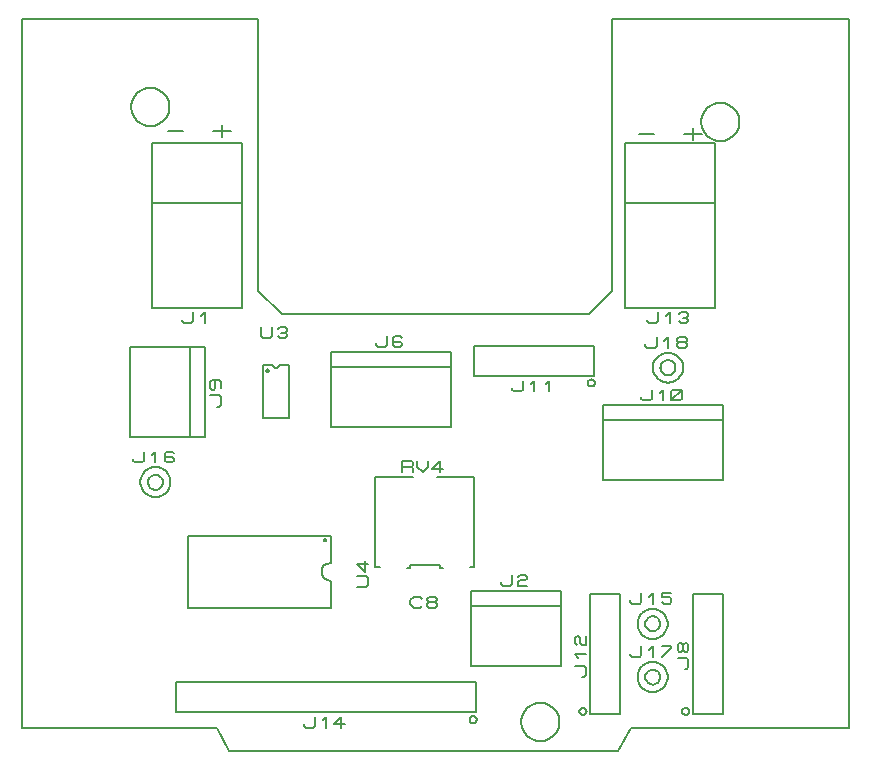
<source format=gbr>
G04 PROTEUS GERBER X2 FILE*
%TF.GenerationSoftware,Labcenter,Proteus,8.12-SP2-Build31155*%
%TF.CreationDate,2024-11-30T19:26:21+00:00*%
%TF.FileFunction,Legend,Top*%
%TF.FilePolarity,Positive*%
%TF.Part,Single*%
%TF.SameCoordinates,{e6e8286e-83a0-46e7-8d5c-4e76f455a4ca}*%
%FSLAX45Y45*%
%MOMM*%
G01*
%TA.AperFunction,Profile*%
%ADD22C,0.203200*%
%TA.AperFunction,Material*%
%ADD25C,0.203200*%
%TD.AperFunction*%
D22*
X+0Y+0D02*
X+1650000Y+0D01*
X+7000000Y+0D02*
X+7000000Y+6000000D01*
X+5000000Y+6000000D01*
X+5000000Y+3700000D01*
X+4800000Y+3500000D01*
X+2200000Y+3500000D01*
X+2000000Y+3700000D02*
X+2000000Y+6000000D01*
X+0Y+6000000D01*
X+0Y+0D01*
X+2000000Y+3700000D02*
X+2200000Y+3500000D01*
X+5160000Y+0D02*
X+7000000Y+0D01*
X+1750000Y-200000D02*
X+5050000Y-200000D01*
X+1650000Y+0D02*
X+1750000Y-200000D01*
X+5160000Y+0D02*
X+5050000Y-200000D01*
X+4550045Y+50000D02*
X+4549508Y+63142D01*
X+4545144Y+89427D01*
X+4536029Y+115712D01*
X+4521182Y+141997D01*
X+4498470Y+168118D01*
X+4472185Y+187898D01*
X+4445900Y+200658D01*
X+4419615Y+208108D01*
X+4393330Y+210987D01*
X+4389000Y+211045D01*
X+4227955Y+50000D02*
X+4228492Y+63142D01*
X+4232856Y+89427D01*
X+4241971Y+115712D01*
X+4256818Y+141997D01*
X+4279530Y+168118D01*
X+4305815Y+187898D01*
X+4332100Y+200658D01*
X+4358385Y+208108D01*
X+4384670Y+210987D01*
X+4389000Y+211045D01*
X+4227955Y+50000D02*
X+4228492Y+36858D01*
X+4232856Y+10573D01*
X+4241971Y-15712D01*
X+4256818Y-41997D01*
X+4279530Y-68118D01*
X+4305815Y-87898D01*
X+4332100Y-100658D01*
X+4358385Y-108108D01*
X+4384670Y-110987D01*
X+4389000Y-111045D01*
X+4550045Y+50000D02*
X+4549508Y+36858D01*
X+4545144Y+10573D01*
X+4536029Y-15712D01*
X+4521182Y-41997D01*
X+4498470Y-68118D01*
X+4472185Y-87898D01*
X+4445900Y-100658D01*
X+4419615Y-108108D01*
X+4393330Y-110987D01*
X+4389000Y-111045D01*
X+6074045Y+5130000D02*
X+6073508Y+5143142D01*
X+6069144Y+5169427D01*
X+6060029Y+5195712D01*
X+6045182Y+5221997D01*
X+6022470Y+5248118D01*
X+5996185Y+5267898D01*
X+5969900Y+5280658D01*
X+5943615Y+5288108D01*
X+5917330Y+5290987D01*
X+5913000Y+5291045D01*
X+5751955Y+5130000D02*
X+5752492Y+5143142D01*
X+5756856Y+5169427D01*
X+5765971Y+5195712D01*
X+5780818Y+5221997D01*
X+5803530Y+5248118D01*
X+5829815Y+5267898D01*
X+5856100Y+5280658D01*
X+5882385Y+5288108D01*
X+5908670Y+5290987D01*
X+5913000Y+5291045D01*
X+5751955Y+5130000D02*
X+5752492Y+5116858D01*
X+5756856Y+5090573D01*
X+5765971Y+5064288D01*
X+5780818Y+5038003D01*
X+5803530Y+5011882D01*
X+5829815Y+4992102D01*
X+5856100Y+4979342D01*
X+5882385Y+4971892D01*
X+5908670Y+4969013D01*
X+5913000Y+4968955D01*
X+6074045Y+5130000D02*
X+6073508Y+5116858D01*
X+6069144Y+5090573D01*
X+6060029Y+5064288D01*
X+6045182Y+5038003D01*
X+6022470Y+5011882D01*
X+5996185Y+4992102D01*
X+5969900Y+4979342D01*
X+5943615Y+4971892D01*
X+5917330Y+4969013D01*
X+5913000Y+4968955D01*
X+1248045Y+5257000D02*
X+1247508Y+5270142D01*
X+1243144Y+5296427D01*
X+1234029Y+5322712D01*
X+1219182Y+5348997D01*
X+1196470Y+5375118D01*
X+1170185Y+5394898D01*
X+1143900Y+5407658D01*
X+1117615Y+5415108D01*
X+1091330Y+5417987D01*
X+1087000Y+5418045D01*
X+925955Y+5257000D02*
X+926492Y+5270142D01*
X+930856Y+5296427D01*
X+939971Y+5322712D01*
X+954818Y+5348997D01*
X+977530Y+5375118D01*
X+1003815Y+5394898D01*
X+1030100Y+5407658D01*
X+1056385Y+5415108D01*
X+1082670Y+5417987D01*
X+1087000Y+5418045D01*
X+925955Y+5257000D02*
X+926492Y+5243858D01*
X+930856Y+5217573D01*
X+939971Y+5191288D01*
X+954818Y+5165003D01*
X+977530Y+5138882D01*
X+1003815Y+5119102D01*
X+1030100Y+5106342D01*
X+1056385Y+5098892D01*
X+1082670Y+5096013D01*
X+1087000Y+5095955D01*
X+1248045Y+5257000D02*
X+1247508Y+5243858D01*
X+1243144Y+5217573D01*
X+1234029Y+5191288D01*
X+1219182Y+5165003D01*
X+1196470Y+5138882D01*
X+1170185Y+5119102D01*
X+1143900Y+5106342D01*
X+1117615Y+5098892D01*
X+1091330Y+5096013D01*
X+1087000Y+5095955D01*
D25*
X+1307000Y+133000D02*
X+3847000Y+133000D01*
X+3847000Y+387000D01*
X+1307000Y+387000D01*
X+1307000Y+133000D01*
X+2386500Y+31400D02*
X+2386500Y+16160D01*
X+2402375Y+920D01*
X+2465875Y+920D01*
X+2481750Y+16160D01*
X+2481750Y+92360D01*
X+2545250Y+61880D02*
X+2577000Y+92360D01*
X+2577000Y+920D01*
X+2735750Y+31400D02*
X+2640500Y+31400D01*
X+2704000Y+92360D01*
X+2704000Y+920D01*
X+1102000Y+3557000D02*
X+1864000Y+3557000D01*
X+1864000Y+4954000D01*
X+1102000Y+4954000D01*
X+1102000Y+3557000D01*
X+1864000Y+4446000D02*
X+1102000Y+4446000D01*
X+1356000Y+3455400D02*
X+1356000Y+3440160D01*
X+1371875Y+3424920D01*
X+1435375Y+3424920D01*
X+1451250Y+3440160D01*
X+1451250Y+3516360D01*
X+1514750Y+3485880D02*
X+1546500Y+3516360D01*
X+1546500Y+3424920D01*
X+2615500Y+2548800D02*
X+3631500Y+2548800D01*
X+3631500Y+3183800D01*
X+2615500Y+3183800D01*
X+2615500Y+2548800D01*
X+2615500Y+3056800D02*
X+3631500Y+3056800D01*
X+2996500Y+3254920D02*
X+2996500Y+3239680D01*
X+3012375Y+3224440D01*
X+3075875Y+3224440D01*
X+3091750Y+3239680D01*
X+3091750Y+3315880D01*
X+3218750Y+3300640D02*
X+3202875Y+3315880D01*
X+3155250Y+3315880D01*
X+3139375Y+3300640D01*
X+3139375Y+3239680D01*
X+3155250Y+3224440D01*
X+3202875Y+3224440D01*
X+3218750Y+3239680D01*
X+3218750Y+3254920D01*
X+3202875Y+3270160D01*
X+3139375Y+3270160D01*
X+916000Y+2466000D02*
X+1551000Y+2466000D01*
X+1551000Y+3228000D01*
X+916000Y+3228000D01*
X+916000Y+2466000D01*
X+1424000Y+3228000D02*
X+1424000Y+2466000D01*
X+1652600Y+2720000D02*
X+1667840Y+2720000D01*
X+1683080Y+2735875D01*
X+1683080Y+2799375D01*
X+1667840Y+2815250D01*
X+1591640Y+2815250D01*
X+1622120Y+2942250D02*
X+1637360Y+2926375D01*
X+1637360Y+2878750D01*
X+1622120Y+2862875D01*
X+1606880Y+2862875D01*
X+1591640Y+2878750D01*
X+1591640Y+2926375D01*
X+1606880Y+2942250D01*
X+1667840Y+2942250D01*
X+1683080Y+2926375D01*
X+1683080Y+2878750D01*
X+3831500Y+2980200D02*
X+4847500Y+2980200D01*
X+4847500Y+3234200D01*
X+3831500Y+3234200D01*
X+3831500Y+2980200D01*
X+4149000Y+2878600D02*
X+4149000Y+2863360D01*
X+4164875Y+2848120D01*
X+4228375Y+2848120D01*
X+4244250Y+2863360D01*
X+4244250Y+2939560D01*
X+4307750Y+2909080D02*
X+4339500Y+2939560D01*
X+4339500Y+2848120D01*
X+4434750Y+2909080D02*
X+4466500Y+2939560D01*
X+4466500Y+2848120D01*
X+4922000Y+2096000D02*
X+5938000Y+2096000D01*
X+5938000Y+2731000D01*
X+4922000Y+2731000D01*
X+4922000Y+2096000D01*
X+4922000Y+2604000D02*
X+5938000Y+2604000D01*
X+5239500Y+2802120D02*
X+5239500Y+2786880D01*
X+5255375Y+2771640D01*
X+5318875Y+2771640D01*
X+5334750Y+2786880D01*
X+5334750Y+2863080D01*
X+5398250Y+2832600D02*
X+5430000Y+2863080D01*
X+5430000Y+2771640D01*
X+5493500Y+2786880D02*
X+5493500Y+2847840D01*
X+5509375Y+2863080D01*
X+5572875Y+2863080D01*
X+5588750Y+2847840D01*
X+5588750Y+2786880D01*
X+5572875Y+2771640D01*
X+5509375Y+2771640D01*
X+5493500Y+2786880D01*
X+5493500Y+2771640D02*
X+5588750Y+2863080D01*
X+5683000Y+115000D02*
X+5937000Y+115000D01*
X+5937000Y+1131000D01*
X+5683000Y+1131000D01*
X+5683000Y+115000D01*
X+5611880Y+496000D02*
X+5627120Y+496000D01*
X+5642360Y+511875D01*
X+5642360Y+575375D01*
X+5627120Y+591250D01*
X+5550920Y+591250D01*
X+5596640Y+654750D02*
X+5581400Y+638875D01*
X+5566160Y+638875D01*
X+5550920Y+654750D01*
X+5550920Y+702375D01*
X+5566160Y+718250D01*
X+5581400Y+718250D01*
X+5596640Y+702375D01*
X+5596640Y+654750D01*
X+5611880Y+638875D01*
X+5627120Y+638875D01*
X+5642360Y+654750D01*
X+5642360Y+702375D01*
X+5627120Y+718250D01*
X+5611880Y+718250D01*
X+5596640Y+702375D01*
X+3802000Y+526000D02*
X+4564000Y+526000D01*
X+4564000Y+1161000D01*
X+3802000Y+1161000D01*
X+3802000Y+526000D01*
X+3802000Y+1034000D02*
X+4564000Y+1034000D01*
X+4056000Y+1232120D02*
X+4056000Y+1216880D01*
X+4071875Y+1201640D01*
X+4135375Y+1201640D01*
X+4151250Y+1216880D01*
X+4151250Y+1293080D01*
X+4198875Y+1277840D02*
X+4214750Y+1293080D01*
X+4262375Y+1293080D01*
X+4278250Y+1277840D01*
X+4278250Y+1262600D01*
X+4262375Y+1247360D01*
X+4214750Y+1247360D01*
X+4198875Y+1232120D01*
X+4198875Y+1201640D01*
X+4278250Y+1201640D01*
X+4813000Y+113000D02*
X+5067000Y+113000D01*
X+5067000Y+1129000D01*
X+4813000Y+1129000D01*
X+4813000Y+113000D01*
X+4741880Y+430500D02*
X+4757120Y+430500D01*
X+4772360Y+446375D01*
X+4772360Y+509875D01*
X+4757120Y+525750D01*
X+4680920Y+525750D01*
X+4711400Y+589250D02*
X+4680920Y+621000D01*
X+4772360Y+621000D01*
X+4696160Y+700375D02*
X+4680920Y+716250D01*
X+4680920Y+763875D01*
X+4696160Y+779750D01*
X+4711400Y+779750D01*
X+4726640Y+763875D01*
X+4726640Y+716250D01*
X+4741880Y+700375D01*
X+4772360Y+700375D01*
X+4772360Y+779750D01*
X+5102000Y+3557000D02*
X+5864000Y+3557000D01*
X+5864000Y+4954000D01*
X+5102000Y+4954000D01*
X+5102000Y+3557000D01*
X+5864000Y+4446000D02*
X+5102000Y+4446000D01*
X+5292500Y+3455400D02*
X+5292500Y+3440160D01*
X+5308375Y+3424920D01*
X+5371875Y+3424920D01*
X+5387750Y+3440160D01*
X+5387750Y+3516360D01*
X+5451250Y+3485880D02*
X+5483000Y+3516360D01*
X+5483000Y+3424920D01*
X+5562375Y+3501120D02*
X+5578250Y+3516360D01*
X+5625875Y+3516360D01*
X+5641750Y+3501120D01*
X+5641750Y+3485880D01*
X+5625875Y+3470640D01*
X+5641750Y+3455400D01*
X+5641750Y+3440160D01*
X+5625875Y+3424920D01*
X+5578250Y+3424920D01*
X+5562375Y+3440160D01*
X+5594125Y+3470640D02*
X+5625875Y+3470640D01*
X+3029000Y+1361500D02*
X+2990900Y+1361500D01*
X+2990900Y+2123500D01*
X+3308400Y+2123500D01*
X+3511600Y+2123500D02*
X+3829100Y+2123500D01*
X+3829100Y+1361500D01*
X+3791000Y+1361500D01*
X+3257600Y+1348800D02*
X+3283000Y+1348800D01*
X+3283000Y+1374200D01*
X+3537000Y+1374200D01*
X+3537000Y+1348800D01*
X+3562400Y+1348800D01*
X+3219500Y+2164140D02*
X+3219500Y+2255580D01*
X+3298875Y+2255580D01*
X+3314750Y+2240340D01*
X+3314750Y+2225100D01*
X+3298875Y+2209860D01*
X+3219500Y+2209860D01*
X+3298875Y+2209860D02*
X+3314750Y+2194620D01*
X+3314750Y+2164140D01*
X+3346500Y+2255580D02*
X+3346500Y+2209860D01*
X+3394125Y+2164140D01*
X+3441750Y+2209860D01*
X+3441750Y+2255580D01*
X+3568750Y+2194620D02*
X+3473500Y+2194620D01*
X+3537000Y+2255580D01*
X+3537000Y+2164140D01*
X+2614520Y+1624800D02*
X+2614520Y+1396200D01*
X+2584531Y+1390321D01*
X+2560346Y+1374173D01*
X+2544199Y+1349989D01*
X+2538320Y+1320000D01*
X+2614520Y+1243800D02*
X+2584531Y+1249679D01*
X+2560346Y+1265827D01*
X+2544199Y+1290011D01*
X+2538320Y+1320000D01*
X+2614520Y+1243800D02*
X+2614520Y+1015200D01*
X+1405480Y+1548600D02*
X+1405480Y+1091400D01*
X+2581500Y+1624800D02*
X+1438500Y+1624800D01*
X+2581500Y+1015200D02*
X+1438500Y+1015200D01*
X+2581500Y+1624800D02*
X+2614520Y+1624800D01*
X+2614520Y+1015200D02*
X+2581500Y+1015200D01*
X+1405480Y+1091400D02*
X+1405480Y+1015200D01*
X+1438500Y+1015200D01*
X+1438500Y+1624800D02*
X+1405480Y+1624800D01*
X+1405480Y+1548600D01*
X+2575404Y+1589240D02*
X+2575369Y+1590085D01*
X+2575082Y+1591776D01*
X+2574483Y+1593467D01*
X+2573503Y+1595158D01*
X+2572003Y+1596826D01*
X+2570312Y+1598046D01*
X+2568621Y+1598822D01*
X+2566930Y+1599259D01*
X+2565244Y+1599400D01*
X+2555084Y+1589240D02*
X+2555119Y+1590085D01*
X+2555406Y+1591776D01*
X+2556005Y+1593467D01*
X+2556985Y+1595158D01*
X+2558485Y+1596826D01*
X+2560176Y+1598046D01*
X+2561867Y+1598822D01*
X+2563558Y+1599259D01*
X+2565244Y+1599400D01*
X+2555084Y+1589240D02*
X+2555119Y+1588395D01*
X+2555406Y+1586704D01*
X+2556005Y+1585013D01*
X+2556985Y+1583322D01*
X+2558485Y+1581654D01*
X+2560176Y+1580434D01*
X+2561867Y+1579658D01*
X+2563558Y+1579221D01*
X+2565244Y+1579080D01*
X+2575404Y+1589240D02*
X+2575369Y+1588395D01*
X+2575082Y+1586704D01*
X+2574483Y+1585013D01*
X+2573503Y+1583322D01*
X+2572003Y+1581654D01*
X+2570312Y+1580434D01*
X+2568621Y+1579658D01*
X+2566930Y+1579221D01*
X+2565244Y+1579080D01*
X+2840580Y+1193000D02*
X+2916780Y+1193000D01*
X+2932020Y+1208875D01*
X+2932020Y+1272375D01*
X+2916780Y+1288250D01*
X+2840580Y+1288250D01*
X+2901540Y+1415250D02*
X+2901540Y+1320000D01*
X+2840580Y+1383500D01*
X+2932020Y+1383500D01*
X+2042050Y+3073520D02*
X+2123012Y+3073520D01*
X+2125094Y+3062899D01*
X+2130814Y+3054333D01*
X+2139379Y+3048614D01*
X+2150000Y+3046532D01*
X+2176988Y+3073520D02*
X+2174906Y+3062899D01*
X+2169186Y+3054333D01*
X+2160621Y+3048614D01*
X+2150000Y+3046532D01*
X+2176988Y+3073520D02*
X+2257950Y+3073520D01*
X+2118250Y+2626480D02*
X+2181750Y+2626480D01*
X+2042050Y+3040500D02*
X+2042050Y+2659500D01*
X+2257950Y+3040500D02*
X+2257950Y+2659500D01*
X+2042050Y+3040500D02*
X+2042050Y+3073520D01*
X+2257950Y+3073520D02*
X+2257950Y+3040500D01*
X+2181750Y+2626480D02*
X+2257950Y+2626480D01*
X+2257950Y+2659500D01*
X+2042050Y+2659500D02*
X+2042050Y+2626480D01*
X+2118250Y+2626480D01*
X+2087770Y+3024244D02*
X+2087735Y+3025089D01*
X+2087448Y+3026780D01*
X+2086849Y+3028471D01*
X+2085869Y+3030162D01*
X+2084369Y+3031830D01*
X+2082678Y+3033050D01*
X+2080987Y+3033826D01*
X+2079296Y+3034263D01*
X+2077610Y+3034404D01*
X+2067450Y+3024244D02*
X+2067485Y+3025089D01*
X+2067772Y+3026780D01*
X+2068371Y+3028471D01*
X+2069351Y+3030162D01*
X+2070851Y+3031830D01*
X+2072542Y+3033050D01*
X+2074233Y+3033826D01*
X+2075924Y+3034263D01*
X+2077610Y+3034404D01*
X+2067450Y+3024244D02*
X+2067485Y+3023399D01*
X+2067772Y+3021708D01*
X+2068371Y+3020017D01*
X+2069351Y+3018326D01*
X+2070851Y+3016658D01*
X+2072542Y+3015438D01*
X+2074233Y+3014662D01*
X+2075924Y+3014225D01*
X+2077610Y+3014084D01*
X+2087770Y+3024244D02*
X+2087735Y+3023399D01*
X+2087448Y+3021708D01*
X+2086849Y+3020017D01*
X+2085869Y+3018326D01*
X+2084369Y+3016658D01*
X+2082678Y+3015438D01*
X+2080987Y+3014662D01*
X+2079296Y+3014225D01*
X+2077610Y+3014084D01*
X+2023000Y+3391020D02*
X+2023000Y+3314820D01*
X+2038875Y+3299580D01*
X+2102375Y+3299580D01*
X+2118250Y+3314820D01*
X+2118250Y+3391020D01*
X+2165875Y+3375780D02*
X+2181750Y+3391020D01*
X+2229375Y+3391020D01*
X+2245250Y+3375780D01*
X+2245250Y+3360540D01*
X+2229375Y+3345300D01*
X+2245250Y+3330060D01*
X+2245250Y+3314820D01*
X+2229375Y+3299580D01*
X+2181750Y+3299580D01*
X+2165875Y+3314820D01*
X+2197625Y+3345300D02*
X+2229375Y+3345300D01*
X+3383250Y+1033320D02*
X+3367375Y+1018080D01*
X+3319750Y+1018080D01*
X+3288000Y+1048560D01*
X+3288000Y+1079040D01*
X+3319750Y+1109520D01*
X+3367375Y+1109520D01*
X+3383250Y+1094280D01*
X+3446750Y+1063800D02*
X+3430875Y+1079040D01*
X+3430875Y+1094280D01*
X+3446750Y+1109520D01*
X+3494375Y+1109520D01*
X+3510250Y+1094280D01*
X+3510250Y+1079040D01*
X+3494375Y+1063800D01*
X+3446750Y+1063800D01*
X+3430875Y+1048560D01*
X+3430875Y+1033320D01*
X+3446750Y+1018080D01*
X+3494375Y+1018080D01*
X+3510250Y+1033320D01*
X+3510250Y+1048560D01*
X+3494375Y+1063800D01*
X+5467000Y+880000D02*
X+5466573Y+890409D01*
X+5463101Y+911228D01*
X+5455845Y+932047D01*
X+5444017Y+952866D01*
X+5425920Y+973524D01*
X+5405101Y+989045D01*
X+5384282Y+999030D01*
X+5363463Y+1004814D01*
X+5342644Y+1006972D01*
X+5340000Y+1007000D01*
X+5213000Y+880000D02*
X+5213427Y+890409D01*
X+5216899Y+911228D01*
X+5224155Y+932047D01*
X+5235983Y+952866D01*
X+5254080Y+973524D01*
X+5274899Y+989045D01*
X+5295718Y+999030D01*
X+5316537Y+1004814D01*
X+5337356Y+1006972D01*
X+5340000Y+1007000D01*
X+5213000Y+880000D02*
X+5213427Y+869591D01*
X+5216899Y+848772D01*
X+5224155Y+827953D01*
X+5235983Y+807134D01*
X+5254080Y+786476D01*
X+5274899Y+770955D01*
X+5295718Y+760970D01*
X+5316537Y+755186D01*
X+5337356Y+753028D01*
X+5340000Y+753000D01*
X+5467000Y+880000D02*
X+5466573Y+869591D01*
X+5463101Y+848772D01*
X+5455845Y+827953D01*
X+5444017Y+807134D01*
X+5425920Y+786476D01*
X+5405101Y+770955D01*
X+5384282Y+760970D01*
X+5363463Y+755186D01*
X+5342644Y+753028D01*
X+5340000Y+753000D01*
X+5403500Y+880000D02*
X+5403283Y+885247D01*
X+5401518Y+895742D01*
X+5397826Y+906237D01*
X+5391798Y+916732D01*
X+5382576Y+927112D01*
X+5372081Y+934800D01*
X+5361586Y+939718D01*
X+5351091Y+942524D01*
X+5340596Y+943497D01*
X+5340000Y+943500D01*
X+5276500Y+880000D02*
X+5276717Y+885247D01*
X+5278482Y+895742D01*
X+5282174Y+906237D01*
X+5288202Y+916732D01*
X+5297424Y+927112D01*
X+5307919Y+934800D01*
X+5318414Y+939718D01*
X+5328909Y+942524D01*
X+5339404Y+943497D01*
X+5340000Y+943500D01*
X+5276500Y+880000D02*
X+5276717Y+874753D01*
X+5278482Y+864258D01*
X+5282174Y+853763D01*
X+5288202Y+843268D01*
X+5297424Y+832888D01*
X+5307919Y+825200D01*
X+5318414Y+820282D01*
X+5328909Y+817476D01*
X+5339404Y+816503D01*
X+5340000Y+816500D01*
X+5403500Y+880000D02*
X+5403283Y+874753D01*
X+5401518Y+864258D01*
X+5397826Y+853763D01*
X+5391798Y+843268D01*
X+5382576Y+832888D01*
X+5372081Y+825200D01*
X+5361586Y+820282D01*
X+5351091Y+817476D01*
X+5340596Y+816503D01*
X+5340000Y+816500D01*
X+5149500Y+1078120D02*
X+5149500Y+1062880D01*
X+5165375Y+1047640D01*
X+5228875Y+1047640D01*
X+5244750Y+1062880D01*
X+5244750Y+1139080D01*
X+5308250Y+1108600D02*
X+5340000Y+1139080D01*
X+5340000Y+1047640D01*
X+5498750Y+1139080D02*
X+5419375Y+1139080D01*
X+5419375Y+1108600D01*
X+5482875Y+1108600D01*
X+5498750Y+1093360D01*
X+5498750Y+1062880D01*
X+5482875Y+1047640D01*
X+5435250Y+1047640D01*
X+5419375Y+1062880D01*
X+5467000Y+430000D02*
X+5466573Y+440409D01*
X+5463101Y+461228D01*
X+5455845Y+482047D01*
X+5444017Y+502866D01*
X+5425920Y+523524D01*
X+5405101Y+539045D01*
X+5384282Y+549030D01*
X+5363463Y+554814D01*
X+5342644Y+556972D01*
X+5340000Y+557000D01*
X+5213000Y+430000D02*
X+5213427Y+440409D01*
X+5216899Y+461228D01*
X+5224155Y+482047D01*
X+5235983Y+502866D01*
X+5254080Y+523524D01*
X+5274899Y+539045D01*
X+5295718Y+549030D01*
X+5316537Y+554814D01*
X+5337356Y+556972D01*
X+5340000Y+557000D01*
X+5213000Y+430000D02*
X+5213427Y+419591D01*
X+5216899Y+398772D01*
X+5224155Y+377953D01*
X+5235983Y+357134D01*
X+5254080Y+336476D01*
X+5274899Y+320955D01*
X+5295718Y+310970D01*
X+5316537Y+305186D01*
X+5337356Y+303028D01*
X+5340000Y+303000D01*
X+5467000Y+430000D02*
X+5466573Y+419591D01*
X+5463101Y+398772D01*
X+5455845Y+377953D01*
X+5444017Y+357134D01*
X+5425920Y+336476D01*
X+5405101Y+320955D01*
X+5384282Y+310970D01*
X+5363463Y+305186D01*
X+5342644Y+303028D01*
X+5340000Y+303000D01*
X+5403500Y+430000D02*
X+5403283Y+435247D01*
X+5401518Y+445742D01*
X+5397826Y+456237D01*
X+5391798Y+466732D01*
X+5382576Y+477112D01*
X+5372081Y+484800D01*
X+5361586Y+489718D01*
X+5351091Y+492524D01*
X+5340596Y+493497D01*
X+5340000Y+493500D01*
X+5276500Y+430000D02*
X+5276717Y+435247D01*
X+5278482Y+445742D01*
X+5282174Y+456237D01*
X+5288202Y+466732D01*
X+5297424Y+477112D01*
X+5307919Y+484800D01*
X+5318414Y+489718D01*
X+5328909Y+492524D01*
X+5339404Y+493497D01*
X+5340000Y+493500D01*
X+5276500Y+430000D02*
X+5276717Y+424753D01*
X+5278482Y+414258D01*
X+5282174Y+403763D01*
X+5288202Y+393268D01*
X+5297424Y+382888D01*
X+5307919Y+375200D01*
X+5318414Y+370282D01*
X+5328909Y+367476D01*
X+5339404Y+366503D01*
X+5340000Y+366500D01*
X+5403500Y+430000D02*
X+5403283Y+424753D01*
X+5401518Y+414258D01*
X+5397826Y+403763D01*
X+5391798Y+393268D01*
X+5382576Y+382888D01*
X+5372081Y+375200D01*
X+5361586Y+370282D01*
X+5351091Y+367476D01*
X+5340596Y+366503D01*
X+5340000Y+366500D01*
X+5149500Y+628120D02*
X+5149500Y+612880D01*
X+5165375Y+597640D01*
X+5228875Y+597640D01*
X+5244750Y+612880D01*
X+5244750Y+689080D01*
X+5308250Y+658600D02*
X+5340000Y+689080D01*
X+5340000Y+597640D01*
X+5419375Y+689080D02*
X+5498750Y+689080D01*
X+5498750Y+673840D01*
X+5419375Y+597640D01*
X+5597000Y+3050000D02*
X+5596573Y+3060409D01*
X+5593101Y+3081228D01*
X+5585845Y+3102047D01*
X+5574017Y+3122866D01*
X+5555920Y+3143524D01*
X+5535101Y+3159045D01*
X+5514282Y+3169030D01*
X+5493463Y+3174814D01*
X+5472644Y+3176972D01*
X+5470000Y+3177000D01*
X+5343000Y+3050000D02*
X+5343427Y+3060409D01*
X+5346899Y+3081228D01*
X+5354155Y+3102047D01*
X+5365983Y+3122866D01*
X+5384080Y+3143524D01*
X+5404899Y+3159045D01*
X+5425718Y+3169030D01*
X+5446537Y+3174814D01*
X+5467356Y+3176972D01*
X+5470000Y+3177000D01*
X+5343000Y+3050000D02*
X+5343427Y+3039591D01*
X+5346899Y+3018772D01*
X+5354155Y+2997953D01*
X+5365983Y+2977134D01*
X+5384080Y+2956476D01*
X+5404899Y+2940955D01*
X+5425718Y+2930970D01*
X+5446537Y+2925186D01*
X+5467356Y+2923028D01*
X+5470000Y+2923000D01*
X+5597000Y+3050000D02*
X+5596573Y+3039591D01*
X+5593101Y+3018772D01*
X+5585845Y+2997953D01*
X+5574017Y+2977134D01*
X+5555920Y+2956476D01*
X+5535101Y+2940955D01*
X+5514282Y+2930970D01*
X+5493463Y+2925186D01*
X+5472644Y+2923028D01*
X+5470000Y+2923000D01*
X+5533500Y+3050000D02*
X+5533283Y+3055247D01*
X+5531518Y+3065742D01*
X+5527826Y+3076237D01*
X+5521798Y+3086732D01*
X+5512576Y+3097112D01*
X+5502081Y+3104800D01*
X+5491586Y+3109718D01*
X+5481091Y+3112524D01*
X+5470596Y+3113497D01*
X+5470000Y+3113500D01*
X+5406500Y+3050000D02*
X+5406717Y+3055247D01*
X+5408482Y+3065742D01*
X+5412174Y+3076237D01*
X+5418202Y+3086732D01*
X+5427424Y+3097112D01*
X+5437919Y+3104800D01*
X+5448414Y+3109718D01*
X+5458909Y+3112524D01*
X+5469404Y+3113497D01*
X+5470000Y+3113500D01*
X+5406500Y+3050000D02*
X+5406717Y+3044753D01*
X+5408482Y+3034258D01*
X+5412174Y+3023763D01*
X+5418202Y+3013268D01*
X+5427424Y+3002888D01*
X+5437919Y+2995200D01*
X+5448414Y+2990282D01*
X+5458909Y+2987476D01*
X+5469404Y+2986503D01*
X+5470000Y+2986500D01*
X+5533500Y+3050000D02*
X+5533283Y+3044753D01*
X+5531518Y+3034258D01*
X+5527826Y+3023763D01*
X+5521798Y+3013268D01*
X+5512576Y+3002888D01*
X+5502081Y+2995200D01*
X+5491586Y+2990282D01*
X+5481091Y+2987476D01*
X+5470596Y+2986503D01*
X+5470000Y+2986500D01*
X+5279500Y+3248120D02*
X+5279500Y+3232880D01*
X+5295375Y+3217640D01*
X+5358875Y+3217640D01*
X+5374750Y+3232880D01*
X+5374750Y+3309080D01*
X+5438250Y+3278600D02*
X+5470000Y+3309080D01*
X+5470000Y+3217640D01*
X+5565250Y+3263360D02*
X+5549375Y+3278600D01*
X+5549375Y+3293840D01*
X+5565250Y+3309080D01*
X+5612875Y+3309080D01*
X+5628750Y+3293840D01*
X+5628750Y+3278600D01*
X+5612875Y+3263360D01*
X+5565250Y+3263360D01*
X+5549375Y+3248120D01*
X+5549375Y+3232880D01*
X+5565250Y+3217640D01*
X+5612875Y+3217640D01*
X+5628750Y+3232880D01*
X+5628750Y+3248120D01*
X+5612875Y+3263360D01*
X+1257000Y+2080000D02*
X+1256573Y+2090409D01*
X+1253101Y+2111228D01*
X+1245845Y+2132047D01*
X+1234017Y+2152866D01*
X+1215920Y+2173524D01*
X+1195101Y+2189045D01*
X+1174282Y+2199030D01*
X+1153463Y+2204814D01*
X+1132644Y+2206972D01*
X+1130000Y+2207000D01*
X+1003000Y+2080000D02*
X+1003427Y+2090409D01*
X+1006899Y+2111228D01*
X+1014155Y+2132047D01*
X+1025983Y+2152866D01*
X+1044080Y+2173524D01*
X+1064899Y+2189045D01*
X+1085718Y+2199030D01*
X+1106537Y+2204814D01*
X+1127356Y+2206972D01*
X+1130000Y+2207000D01*
X+1003000Y+2080000D02*
X+1003427Y+2069591D01*
X+1006899Y+2048772D01*
X+1014155Y+2027953D01*
X+1025983Y+2007134D01*
X+1044080Y+1986476D01*
X+1064899Y+1970955D01*
X+1085718Y+1960970D01*
X+1106537Y+1955186D01*
X+1127356Y+1953028D01*
X+1130000Y+1953000D01*
X+1257000Y+2080000D02*
X+1256573Y+2069591D01*
X+1253101Y+2048772D01*
X+1245845Y+2027953D01*
X+1234017Y+2007134D01*
X+1215920Y+1986476D01*
X+1195101Y+1970955D01*
X+1174282Y+1960970D01*
X+1153463Y+1955186D01*
X+1132644Y+1953028D01*
X+1130000Y+1953000D01*
X+1193500Y+2080000D02*
X+1193283Y+2085247D01*
X+1191518Y+2095742D01*
X+1187826Y+2106237D01*
X+1181798Y+2116732D01*
X+1172576Y+2127112D01*
X+1162081Y+2134800D01*
X+1151586Y+2139718D01*
X+1141091Y+2142524D01*
X+1130596Y+2143497D01*
X+1130000Y+2143500D01*
X+1066500Y+2080000D02*
X+1066717Y+2085247D01*
X+1068482Y+2095742D01*
X+1072174Y+2106237D01*
X+1078202Y+2116732D01*
X+1087424Y+2127112D01*
X+1097919Y+2134800D01*
X+1108414Y+2139718D01*
X+1118909Y+2142524D01*
X+1129404Y+2143497D01*
X+1130000Y+2143500D01*
X+1066500Y+2080000D02*
X+1066717Y+2074753D01*
X+1068482Y+2064258D01*
X+1072174Y+2053763D01*
X+1078202Y+2043268D01*
X+1087424Y+2032888D01*
X+1097919Y+2025200D01*
X+1108414Y+2020282D01*
X+1118909Y+2017476D01*
X+1129404Y+2016503D01*
X+1130000Y+2016500D01*
X+1193500Y+2080000D02*
X+1193283Y+2074753D01*
X+1191518Y+2064258D01*
X+1187826Y+2053763D01*
X+1181798Y+2043268D01*
X+1172576Y+2032888D01*
X+1162081Y+2025200D01*
X+1151586Y+2020282D01*
X+1141091Y+2017476D01*
X+1130596Y+2016503D01*
X+1130000Y+2016500D01*
X+939500Y+2278120D02*
X+939500Y+2262880D01*
X+955375Y+2247640D01*
X+1018875Y+2247640D01*
X+1034750Y+2262880D01*
X+1034750Y+2339080D01*
X+1098250Y+2308600D02*
X+1130000Y+2339080D01*
X+1130000Y+2247640D01*
X+1288750Y+2323840D02*
X+1272875Y+2339080D01*
X+1225250Y+2339080D01*
X+1209375Y+2323840D01*
X+1209375Y+2262880D01*
X+1225250Y+2247640D01*
X+1272875Y+2247640D01*
X+1288750Y+2262880D01*
X+1288750Y+2278120D01*
X+1272875Y+2293360D01*
X+1209375Y+2293360D01*
X+3850000Y+70000D02*
X+3849897Y+72489D01*
X+3849055Y+77469D01*
X+3847295Y+82449D01*
X+3844418Y+87429D01*
X+3840017Y+92345D01*
X+3835037Y+95959D01*
X+3830057Y+98264D01*
X+3825077Y+99567D01*
X+3820097Y+100000D01*
X+3820000Y+100000D01*
X+3790000Y+70000D02*
X+3790103Y+72489D01*
X+3790945Y+77469D01*
X+3792705Y+82449D01*
X+3795582Y+87429D01*
X+3799983Y+92345D01*
X+3804963Y+95959D01*
X+3809943Y+98264D01*
X+3814923Y+99567D01*
X+3819903Y+100000D01*
X+3820000Y+100000D01*
X+3790000Y+70000D02*
X+3790103Y+67511D01*
X+3790945Y+62531D01*
X+3792705Y+57551D01*
X+3795582Y+52571D01*
X+3799983Y+47655D01*
X+3804963Y+44041D01*
X+3809943Y+41736D01*
X+3814923Y+40433D01*
X+3819903Y+40000D01*
X+3820000Y+40000D01*
X+3850000Y+70000D02*
X+3849897Y+67511D01*
X+3849055Y+62531D01*
X+3847295Y+57551D01*
X+3844418Y+52571D01*
X+3840017Y+47655D01*
X+3835037Y+44041D01*
X+3830057Y+41736D01*
X+3825077Y+40433D01*
X+3820097Y+40000D01*
X+3820000Y+40000D01*
X+4780000Y+140000D02*
X+4779897Y+142489D01*
X+4779055Y+147469D01*
X+4777295Y+152449D01*
X+4774418Y+157429D01*
X+4770017Y+162345D01*
X+4765037Y+165959D01*
X+4760057Y+168264D01*
X+4755077Y+169567D01*
X+4750097Y+170000D01*
X+4750000Y+170000D01*
X+4720000Y+140000D02*
X+4720103Y+142489D01*
X+4720945Y+147469D01*
X+4722705Y+152449D01*
X+4725582Y+157429D01*
X+4729983Y+162345D01*
X+4734963Y+165959D01*
X+4739943Y+168264D01*
X+4744923Y+169567D01*
X+4749903Y+170000D01*
X+4750000Y+170000D01*
X+4720000Y+140000D02*
X+4720103Y+137511D01*
X+4720945Y+132531D01*
X+4722705Y+127551D01*
X+4725582Y+122571D01*
X+4729983Y+117655D01*
X+4734963Y+114041D01*
X+4739943Y+111736D01*
X+4744923Y+110433D01*
X+4749903Y+110000D01*
X+4750000Y+110000D01*
X+4780000Y+140000D02*
X+4779897Y+137511D01*
X+4779055Y+132531D01*
X+4777295Y+127551D01*
X+4774418Y+122571D01*
X+4770017Y+117655D01*
X+4765037Y+114041D01*
X+4760057Y+111736D01*
X+4755077Y+110433D01*
X+4750097Y+110000D01*
X+4750000Y+110000D01*
X+5650000Y+140000D02*
X+5649897Y+142489D01*
X+5649055Y+147469D01*
X+5647295Y+152449D01*
X+5644418Y+157429D01*
X+5640017Y+162345D01*
X+5635037Y+165959D01*
X+5630057Y+168264D01*
X+5625077Y+169567D01*
X+5620097Y+170000D01*
X+5620000Y+170000D01*
X+5590000Y+140000D02*
X+5590103Y+142489D01*
X+5590945Y+147469D01*
X+5592705Y+152449D01*
X+5595582Y+157429D01*
X+5599983Y+162345D01*
X+5604963Y+165959D01*
X+5609943Y+168264D01*
X+5614923Y+169567D01*
X+5619903Y+170000D01*
X+5620000Y+170000D01*
X+5590000Y+140000D02*
X+5590103Y+137511D01*
X+5590945Y+132531D01*
X+5592705Y+127551D01*
X+5595582Y+122571D01*
X+5599983Y+117655D01*
X+5604963Y+114041D01*
X+5609943Y+111736D01*
X+5614923Y+110433D01*
X+5619903Y+110000D01*
X+5620000Y+110000D01*
X+5650000Y+140000D02*
X+5649897Y+137511D01*
X+5649055Y+132531D01*
X+5647295Y+127551D01*
X+5644418Y+122571D01*
X+5640017Y+117655D01*
X+5635037Y+114041D01*
X+5630057Y+111736D01*
X+5625077Y+110433D01*
X+5620097Y+110000D01*
X+5620000Y+110000D01*
X+4850000Y+2920000D02*
X+4849897Y+2922489D01*
X+4849055Y+2927469D01*
X+4847295Y+2932449D01*
X+4844418Y+2937429D01*
X+4840017Y+2942345D01*
X+4835037Y+2945959D01*
X+4830057Y+2948264D01*
X+4825077Y+2949567D01*
X+4820097Y+2950000D01*
X+4820000Y+2950000D01*
X+4790000Y+2920000D02*
X+4790103Y+2922489D01*
X+4790945Y+2927469D01*
X+4792705Y+2932449D01*
X+4795582Y+2937429D01*
X+4799983Y+2942345D01*
X+4804963Y+2945959D01*
X+4809943Y+2948264D01*
X+4814923Y+2949567D01*
X+4819903Y+2950000D01*
X+4820000Y+2950000D01*
X+4790000Y+2920000D02*
X+4790103Y+2917511D01*
X+4790945Y+2912531D01*
X+4792705Y+2907551D01*
X+4795582Y+2902571D01*
X+4799983Y+2897655D01*
X+4804963Y+2894041D01*
X+4809943Y+2891736D01*
X+4814923Y+2890433D01*
X+4819903Y+2890000D01*
X+4820000Y+2890000D01*
X+4850000Y+2920000D02*
X+4849897Y+2917511D01*
X+4849055Y+2912531D01*
X+4847295Y+2907551D01*
X+4844418Y+2902571D01*
X+4840017Y+2897655D01*
X+4835037Y+2894041D01*
X+4830057Y+2891736D01*
X+4825077Y+2890433D01*
X+4820097Y+2890000D01*
X+4820000Y+2890000D01*
X+1240600Y+5050000D02*
X+1367600Y+5050000D01*
X+1621600Y+5050000D02*
X+1774000Y+5050000D01*
X+1697800Y+5100800D02*
X+1697800Y+4999200D01*
X+5220600Y+5030000D02*
X+5347600Y+5030000D01*
X+5601600Y+5030000D02*
X+5754000Y+5030000D01*
X+5677800Y+5080800D02*
X+5677800Y+4979200D01*
M02*

</source>
